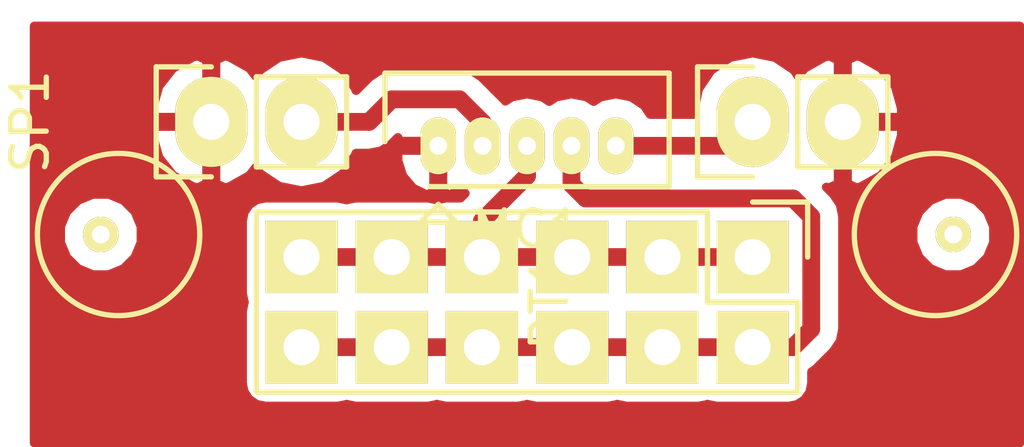
<source format=kicad_pcb>
(kicad_pcb (version 4) (host pcbnew 4.0.2+dfsg1-stable)

  (general
    (links 16)
    (no_connects 0)
    (area 134.745 94.09 163.921001 106.965001)
    (thickness 1.6)
    (drawings 0)
    (tracks 30)
    (zones 0)
    (modules 6)
    (nets 6)
  )

  (page A4)
  (layers
    (0 F.Cu signal)
    (31 B.Cu signal)
    (32 B.Adhes user)
    (33 F.Adhes user)
    (34 B.Paste user)
    (35 F.Paste user)
    (36 B.SilkS user)
    (37 F.SilkS user)
    (38 B.Mask user)
    (39 F.Mask user)
    (40 Dwgs.User user)
    (41 Cmts.User user)
    (42 Eco1.User user)
    (43 Eco2.User user)
    (44 Edge.Cuts user)
    (45 Margin user)
    (46 B.CrtYd user)
    (47 F.CrtYd user)
    (48 B.Fab user)
    (49 F.Fab user)
  )

  (setup
    (last_trace_width 0.25)
    (user_trace_width 0.5)
    (trace_clearance 0.2)
    (zone_clearance 0.508)
    (zone_45_only no)
    (trace_min 0.2)
    (segment_width 0.2)
    (edge_width 0.15)
    (via_size 0.6)
    (via_drill 0.4)
    (via_min_size 0.4)
    (via_min_drill 0.3)
    (uvia_size 0.3)
    (uvia_drill 0.1)
    (uvias_allowed no)
    (uvia_min_size 0.2)
    (uvia_min_drill 0.1)
    (pcb_text_width 0.3)
    (pcb_text_size 1.5 1.5)
    (mod_edge_width 0.15)
    (mod_text_size 1 1)
    (mod_text_width 0.15)
    (pad_size 1 1)
    (pad_drill 0.5)
    (pad_to_mask_clearance 0.2)
    (aux_axis_origin 149.86 100.965)
    (grid_origin 149.86 100.965)
    (visible_elements FFFEFF7F)
    (pcbplotparams
      (layerselection 0x00000_00000001)
      (usegerberextensions false)
      (excludeedgelayer false)
      (linewidth 0.100000)
      (plotframeref false)
      (viasonmask false)
      (mode 1)
      (useauxorigin false)
      (hpglpennumber 1)
      (hpglpenspeed 20)
      (hpglpendiameter 15)
      (hpglpenoverlay 2)
      (psnegative false)
      (psa4output false)
      (plotreference false)
      (plotvalue false)
      (plotinvisibletext false)
      (padsonsilk false)
      (subtractmaskfromsilk false)
      (outputformat 5)
      (mirror true)
      (drillshape 1)
      (scaleselection 1)
      (outputdirectory ""))
  )

  (net 0 "")
  (net 1 "Net-(C1-Pad1)")
  (net 2 "Net-(MC1-Pad2)")
  (net 3 +BATT)
  (net 4 GND)
  (net 5 "Net-(C1-Pad10)")

  (net_class Default "This is the default net class."
    (clearance 0.2)
    (trace_width 0.25)
    (via_dia 0.6)
    (via_drill 0.4)
    (uvia_dia 0.3)
    (uvia_drill 0.1)
    (add_net +BATT)
    (add_net GND)
    (add_net "Net-(C1-Pad1)")
    (add_net "Net-(C1-Pad10)")
    (add_net "Net-(MC1-Pad2)")
  )

  (module Connect:1pin (layer F.Cu) (tedit 58022A1B) (tstamp 580228D3)
    (at 138.36 100.965)
    (descr "module 1 pin (ou trou mecanique de percage)")
    (tags DEV)
    (fp_text reference REF** (at 0 -3.048) (layer F.SilkS) hide
      (effects (font (size 1 1) (thickness 0.15)))
    )
    (fp_text value 1pin (at 0 2.794) (layer F.Fab)
      (effects (font (size 1 1) (thickness 0.15)))
    )
    (fp_circle (center 0 0) (end 0 -2.286) (layer F.SilkS) (width 0.15))
    (pad 1 thru_hole circle (at -0.5 0) (size 1 1) (drill 0.5) (layers *.Cu *.Mask F.SilkS))
  )

  (module Connect:1pin (layer F.Cu) (tedit 580229FD) (tstamp 580228BE)
    (at 161.36 100.965)
    (descr "module 1 pin (ou trou mecanique de percage)")
    (tags DEV)
    (fp_text reference REF** (at 0 -3.048) (layer F.SilkS) hide
      (effects (font (size 1 1) (thickness 0.15)))
    )
    (fp_text value 1pin (at 0 2.794) (layer F.Fab)
      (effects (font (size 1 1) (thickness 0.15)))
    )
    (fp_circle (center 0 0) (end 0 -2.286) (layer F.SilkS) (width 0.15))
    (pad 1 thru_hole circle (at 0.5 0) (size 1 1) (drill 0.5) (layers *.Cu *.Mask F.SilkS))
  )

  (module Connectors_Molex:Molex_PicoBlade_53047-0510 (layer F.Cu) (tedit 5802294E) (tstamp 56F00A62)
    (at 147.36 98.465)
    (descr "Molex PicoBlade 1.25mm shrouded header. Vertical. 5 ways")
    (tags "connector PicoBlade header")
    (path /56F00083)
    (fp_text reference MC1 (at 2.5 2.35) (layer F.SilkS)
      (effects (font (size 1 1) (thickness 0.15)))
    )
    (fp_text value MotorCtrl (at 2.5 -3.25) (layer F.Fab)
      (effects (font (size 1 1) (thickness 0.15)))
    )
    (fp_line (start -1.5 -0.12) (end -1.5 -2.05) (layer F.SilkS) (width 0.15))
    (fp_line (start -1.5 -2.05) (end 6.5 -2.05) (layer F.SilkS) (width 0.15))
    (fp_line (start 6.5 -2.05) (end 6.5 1.15) (layer F.SilkS) (width 0.15))
    (fp_line (start 6.5 1.15) (end -0.23 1.15) (layer F.SilkS) (width 0.15))
    (fp_line (start 0 1.65) (end 0.5 2.15) (layer F.SilkS) (width 0.15))
    (fp_line (start 0.5 2.15) (end -0.5 2.15) (layer F.SilkS) (width 0.15))
    (fp_line (start -0.5 2.15) (end 0 1.65) (layer F.SilkS) (width 0.15))
    (fp_line (start -0.23 1.15) (end -1.5 -0.12) (layer F.Fab) (width 0.2))
    (fp_line (start -1.5 -0.12) (end -1.5 -2.05) (layer F.Fab) (width 0.2))
    (fp_line (start -1.5 -2.05) (end 6.5 -2.05) (layer F.Fab) (width 0.2))
    (fp_line (start 6.5 -2.05) (end 6.5 1.15) (layer F.Fab) (width 0.2))
    (fp_line (start 6.5 1.15) (end -0.23 1.15) (layer F.Fab) (width 0.2))
    (pad 1 thru_hole oval (at 0 0) (size 1 1.6) (drill 0.5) (layers *.Cu *.Mask F.SilkS)
      (net 4 GND))
    (pad 2 thru_hole oval (at 1.25 0) (size 1 1.6) (drill 0.5) (layers *.Cu *.Mask F.SilkS)
      (net 2 "Net-(MC1-Pad2)"))
    (pad 3 thru_hole oval (at 2.5 0) (size 1 1.6) (drill 0.5) (layers *.Cu *.Mask F.SilkS)
      (net 1 "Net-(C1-Pad1)"))
    (pad 4 thru_hole oval (at 3.75 0) (size 1 1.6) (drill 0.5) (layers *.Cu *.Mask F.SilkS)
      (net 5 "Net-(C1-Pad10)"))
    (pad 5 thru_hole oval (at 5 0) (size 1 1.6) (drill 0.5) (layers *.Cu *.Mask F.SilkS)
      (net 3 +BATT))
    (model Connectors_Molex.3dshapes/Molex_PicoBlade_53047-0510.wrl
      (at (xyz 0.0984252 0 0))
      (scale (xyz 1 1 1))
      (rotate (xyz 0 0 180))
    )
  )

  (module Pin_Headers:Pin_Header_Straight_1x02 (layer F.Cu) (tedit 58021DCD) (tstamp 56F00A68)
    (at 140.97 97.79 90)
    (descr "Through hole pin header")
    (tags "pin header")
    (path /56EFFF3F)
    (fp_text reference SP1 (at 0 -5.1 90) (layer F.SilkS)
      (effects (font (size 1 1) (thickness 0.15)))
    )
    (fp_text value SPEAKER (at 0 -3.1 90) (layer F.Fab)
      (effects (font (size 1 1) (thickness 0.15)))
    )
    (fp_line (start 1.27 1.27) (end 1.27 3.81) (layer F.SilkS) (width 0.15))
    (fp_line (start 1.55 -1.55) (end 1.55 0) (layer F.SilkS) (width 0.15))
    (fp_line (start -1.75 -1.75) (end -1.75 4.3) (layer F.CrtYd) (width 0.05))
    (fp_line (start 1.75 -1.75) (end 1.75 4.3) (layer F.CrtYd) (width 0.05))
    (fp_line (start -1.75 -1.75) (end 1.75 -1.75) (layer F.CrtYd) (width 0.05))
    (fp_line (start -1.75 4.3) (end 1.75 4.3) (layer F.CrtYd) (width 0.05))
    (fp_line (start 1.27 1.27) (end -1.27 1.27) (layer F.SilkS) (width 0.15))
    (fp_line (start -1.55 0) (end -1.55 -1.55) (layer F.SilkS) (width 0.15))
    (fp_line (start -1.55 -1.55) (end 1.55 -1.55) (layer F.SilkS) (width 0.15))
    (fp_line (start -1.27 1.27) (end -1.27 3.81) (layer F.SilkS) (width 0.15))
    (fp_line (start -1.27 3.81) (end 1.27 3.81) (layer F.SilkS) (width 0.15))
    (pad 1 thru_hole oval (at 0 0 90) (size 2.54 2.032) (drill 1.016) (layers *.Cu *.Mask F.SilkS)
      (net 4 GND))
    (pad 2 thru_hole oval (at 0 2.54 90) (size 2.54 2.032) (drill 1.016) (layers *.Cu *.Mask F.SilkS)
      (net 2 "Net-(MC1-Pad2)"))
    (model Pin_Headers.3dshapes/Pin_Header_Straight_1x02.wrl
      (at (xyz 0 -0.05 0))
      (scale (xyz 1 1 1))
      (rotate (xyz 0 0 90))
    )
  )

  (module Pin_Headers:Pin_Header_Straight_1x02 (layer F.Cu) (tedit 58022528) (tstamp 58021BF5)
    (at 156.21 97.79 90)
    (descr "Through hole pin header")
    (tags "pin header")
    (path /5747A1BA)
    (fp_text reference BT1 (at -5.08 -5.715 90) (layer F.SilkS)
      (effects (font (size 1 1) (thickness 0.15)))
    )
    (fp_text value Battery (at 0 -3.1 90) (layer F.Fab)
      (effects (font (size 1 1) (thickness 0.15)))
    )
    (fp_line (start 1.27 1.27) (end 1.27 3.81) (layer F.SilkS) (width 0.15))
    (fp_line (start 1.55 -1.55) (end 1.55 0) (layer F.SilkS) (width 0.15))
    (fp_line (start -1.75 -1.75) (end -1.75 4.3) (layer F.CrtYd) (width 0.05))
    (fp_line (start 1.75 -1.75) (end 1.75 4.3) (layer F.CrtYd) (width 0.05))
    (fp_line (start -1.75 -1.75) (end 1.75 -1.75) (layer F.CrtYd) (width 0.05))
    (fp_line (start -1.75 4.3) (end 1.75 4.3) (layer F.CrtYd) (width 0.05))
    (fp_line (start 1.27 1.27) (end -1.27 1.27) (layer F.SilkS) (width 0.15))
    (fp_line (start -1.55 0) (end -1.55 -1.55) (layer F.SilkS) (width 0.15))
    (fp_line (start -1.55 -1.55) (end 1.55 -1.55) (layer F.SilkS) (width 0.15))
    (fp_line (start -1.27 1.27) (end -1.27 3.81) (layer F.SilkS) (width 0.15))
    (fp_line (start -1.27 3.81) (end 1.27 3.81) (layer F.SilkS) (width 0.15))
    (pad 1 thru_hole oval (at 0 0 90) (size 2.54 2.032) (drill 1.016) (layers *.Cu *.Mask F.SilkS)
      (net 3 +BATT))
    (pad 2 thru_hole oval (at 0 2.54 90) (size 2.54 2.032) (drill 1.016) (layers *.Cu *.Mask F.SilkS)
      (net 4 GND))
    (model Pin_Headers.3dshapes/Pin_Header_Straight_1x02.wrl
      (at (xyz 0 -0.05 0))
      (scale (xyz 1 1 1))
      (rotate (xyz 0 0 90))
    )
  )

  (module Pin_Headers:Pin_Header_Straight_2x06 (layer F.Cu) (tedit 58022A05) (tstamp 58021BF6)
    (at 156.21 101.6 270)
    (descr "Through hole pin header")
    (tags "pin header")
    (path /58021B50)
    (fp_text reference C1 (at 0 -5.1 270) (layer F.SilkS) hide
      (effects (font (size 1 1) (thickness 0.15)))
    )
    (fp_text value I2C (at 0 -3.1 270) (layer F.Fab)
      (effects (font (size 1 1) (thickness 0.15)))
    )
    (fp_line (start -1.75 -1.75) (end -1.75 14.45) (layer F.CrtYd) (width 0.05))
    (fp_line (start 4.3 -1.75) (end 4.3 14.45) (layer F.CrtYd) (width 0.05))
    (fp_line (start -1.75 -1.75) (end 4.3 -1.75) (layer F.CrtYd) (width 0.05))
    (fp_line (start -1.75 14.45) (end 4.3 14.45) (layer F.CrtYd) (width 0.05))
    (fp_line (start 3.81 13.97) (end 3.81 -1.27) (layer F.SilkS) (width 0.15))
    (fp_line (start -1.27 1.27) (end -1.27 13.97) (layer F.SilkS) (width 0.15))
    (fp_line (start 3.81 13.97) (end -1.27 13.97) (layer F.SilkS) (width 0.15))
    (fp_line (start 3.81 -1.27) (end 1.27 -1.27) (layer F.SilkS) (width 0.15))
    (fp_line (start 0 -1.55) (end -1.55 -1.55) (layer F.SilkS) (width 0.15))
    (fp_line (start 1.27 -1.27) (end 1.27 1.27) (layer F.SilkS) (width 0.15))
    (fp_line (start 1.27 1.27) (end -1.27 1.27) (layer F.SilkS) (width 0.15))
    (fp_line (start -1.55 -1.55) (end -1.55 0) (layer F.SilkS) (width 0.15))
    (pad 1 thru_hole rect (at 0 0 270) (size 2.032 2.032) (drill 1.016) (layers *.Cu *.Mask F.SilkS)
      (net 1 "Net-(C1-Pad1)"))
    (pad 2 thru_hole rect (at 2.54 0 270) (size 2.032 2.032) (drill 1.016) (layers *.Cu *.Mask F.SilkS)
      (net 5 "Net-(C1-Pad10)"))
    (pad 3 thru_hole rect (at 0 2.54 270) (size 2.032 2.032) (drill 1.016) (layers *.Cu *.Mask F.SilkS)
      (net 1 "Net-(C1-Pad1)"))
    (pad 4 thru_hole rect (at 2.54 2.54 270) (size 2.032 2.032) (drill 1.016) (layers *.Cu *.Mask F.SilkS)
      (net 5 "Net-(C1-Pad10)"))
    (pad 5 thru_hole rect (at 0 5.08 270) (size 2.032 2.032) (drill 1.016) (layers *.Cu *.Mask F.SilkS)
      (net 1 "Net-(C1-Pad1)"))
    (pad 6 thru_hole rect (at 2.54 5.08 270) (size 2.032 2.032) (drill 1.016) (layers *.Cu *.Mask F.SilkS)
      (net 5 "Net-(C1-Pad10)"))
    (pad 7 thru_hole rect (at 0 7.62 270) (size 2.032 2.032) (drill 1.016) (layers *.Cu *.Mask F.SilkS)
      (net 1 "Net-(C1-Pad1)"))
    (pad 8 thru_hole rect (at 2.54 7.62 270) (size 2.032 2.032) (drill 1.016) (layers *.Cu *.Mask F.SilkS)
      (net 5 "Net-(C1-Pad10)"))
    (pad 9 thru_hole rect (at 0 10.16 270) (size 2.032 2.032) (drill 1.016) (layers *.Cu *.Mask F.SilkS)
      (net 1 "Net-(C1-Pad1)"))
    (pad 10 thru_hole rect (at 2.54 10.16 270) (size 2.032 2.032) (drill 1.016) (layers *.Cu *.Mask F.SilkS)
      (net 5 "Net-(C1-Pad10)"))
    (pad 11 thru_hole rect (at 0 12.7 270) (size 2.032 2.032) (drill 1.016) (layers *.Cu *.Mask F.SilkS)
      (net 1 "Net-(C1-Pad1)"))
    (pad 12 thru_hole rect (at 2.54 12.7 270) (size 2.032 2.032) (drill 1.016) (layers *.Cu *.Mask F.SilkS)
      (net 5 "Net-(C1-Pad10)"))
    (model Pin_Headers.3dshapes/Pin_Header_Straight_2x06.wrl
      (at (xyz 0.05 -0.25 0))
      (scale (xyz 1 1 1))
      (rotate (xyz 0 0 90))
    )
  )

  (segment (start 148.59 101.6) (end 148.59 100.584) (width 0.5) (layer F.Cu) (net 1))
  (segment (start 148.59 100.584) (end 149.86 99.314) (width 0.5) (layer F.Cu) (net 1) (tstamp 58022707))
  (segment (start 149.86 99.314) (end 149.86 98.465) (width 0.5) (layer F.Cu) (net 1) (tstamp 58022711))
  (segment (start 156.21 101.6) (end 153.67 101.6) (width 0.5) (layer F.Cu) (net 1))
  (segment (start 153.67 101.6) (end 151.13 101.6) (width 0.5) (layer F.Cu) (net 1) (tstamp 58021EC4))
  (segment (start 151.13 101.6) (end 148.59 101.6) (width 0.5) (layer F.Cu) (net 1) (tstamp 58021EC5))
  (segment (start 148.59 101.6) (end 146.05 101.6) (width 0.5) (layer F.Cu) (net 1) (tstamp 58021EC6))
  (segment (start 146.05 101.6) (end 143.51 101.6) (width 0.5) (layer F.Cu) (net 1) (tstamp 58021EC7))
  (segment (start 143.51 97.79) (end 145.415 97.79) (width 0.5) (layer F.Cu) (net 2))
  (segment (start 147.955 97.155) (end 148.61 97.81) (width 0.5) (layer F.Cu) (net 2) (tstamp 58022789))
  (segment (start 146.05 97.155) (end 147.955 97.155) (width 0.5) (layer F.Cu) (net 2) (tstamp 58022787))
  (segment (start 145.415 97.79) (end 146.05 97.155) (width 0.5) (layer F.Cu) (net 2) (tstamp 58022783))
  (segment (start 148.61 97.81) (end 148.61 98.465) (width 0.5) (layer F.Cu) (net 2) (tstamp 5802278B))
  (segment (start 152.36 98.465) (end 155.535 98.465) (width 0.5) (layer F.Cu) (net 3))
  (segment (start 155.535 98.465) (end 156.21 97.79) (width 0.5) (layer F.Cu) (net 3) (tstamp 5802275F))
  (segment (start 155.535 98.465) (end 156.21 97.79) (width 0.5) (layer F.Cu) (net 3) (tstamp 580226D8))
  (segment (start 151.11 98.465) (end 151.11 99.548) (width 0.5) (layer F.Cu) (net 5))
  (segment (start 157.353 104.14) (end 156.21 104.14) (width 0.5) (layer F.Cu) (net 5) (tstamp 58022740))
  (segment (start 157.861 103.632) (end 157.353 104.14) (width 0.5) (layer F.Cu) (net 5) (tstamp 58022733))
  (segment (start 157.861 100.457) (end 157.861 103.632) (width 0.5) (layer F.Cu) (net 5) (tstamp 58022729))
  (segment (start 157.353 99.949) (end 157.861 100.457) (width 0.5) (layer F.Cu) (net 5) (tstamp 58022724))
  (segment (start 151.511 99.949) (end 157.353 99.949) (width 0.5) (layer F.Cu) (net 5) (tstamp 5802271D))
  (segment (start 151.11 99.548) (end 151.511 99.949) (width 0.5) (layer F.Cu) (net 5) (tstamp 58022715))
  (segment (start 157.099 104.14) (end 156.21 104.14) (width 0.5) (layer F.Cu) (net 5) (tstamp 580226BC))
  (segment (start 156.21 104.14) (end 153.67 104.14) (width 0.5) (layer F.Cu) (net 5))
  (segment (start 153.67 104.14) (end 151.13 104.14) (width 0.5) (layer F.Cu) (net 5) (tstamp 58021ECB))
  (segment (start 151.13 104.14) (end 148.59 104.14) (width 0.5) (layer F.Cu) (net 5) (tstamp 58021ECC))
  (segment (start 148.59 104.14) (end 146.05 104.14) (width 0.5) (layer F.Cu) (net 5) (tstamp 58021ECD))
  (segment (start 146.05 104.14) (end 143.51 104.14) (width 0.5) (layer F.Cu) (net 5) (tstamp 58021ECE))
  (segment (start 156.21 104.14) (end 156.845 104.14) (width 0.5) (layer F.Cu) (net 5))

  (zone (net 4) (net_name GND) (layer F.Cu) (tstamp 58022B7E) (hatch edge 0.508)
    (connect_pads (clearance 0.508))
    (min_thickness 0.254)
    (fill yes (arc_segments 16) (thermal_gap 0.508) (thermal_bridge_width 0.508))
    (polygon
      (pts
        (xy 163.86 106.965) (xy 135.86 106.965) (xy 135.86 94.965) (xy 163.86 94.965) (xy 163.86 105.965)
      )
    )
    (filled_polygon
      (pts
        (xy 163.733 106.838) (xy 135.987 106.838) (xy 135.987 101.189775) (xy 136.724803 101.189775) (xy 136.897233 101.607086)
        (xy 137.216235 101.926645) (xy 137.633244 102.099803) (xy 138.084775 102.100197) (xy 138.502086 101.927767) (xy 138.821645 101.608765)
        (xy 138.994803 101.191756) (xy 138.995197 100.740225) (xy 138.822767 100.322914) (xy 138.503765 100.003355) (xy 138.086756 99.830197)
        (xy 137.635225 99.829803) (xy 137.217914 100.002233) (xy 136.898355 100.321235) (xy 136.725197 100.738244) (xy 136.724803 101.189775)
        (xy 135.987 101.189775) (xy 135.987 97.917) (xy 139.319 97.917) (xy 139.319 98.171) (xy 139.493276 98.793143)
        (xy 139.89237 99.301236) (xy 140.455523 99.617926) (xy 140.587056 99.649975) (xy 140.843 99.530836) (xy 140.843 97.917)
        (xy 139.319 97.917) (xy 135.987 97.917) (xy 135.987 97.409) (xy 139.319 97.409) (xy 139.319 97.663)
        (xy 140.843 97.663) (xy 140.843 96.049164) (xy 141.097 96.049164) (xy 141.097 97.663) (xy 141.117 97.663)
        (xy 141.117 97.917) (xy 141.097 97.917) (xy 141.097 99.530836) (xy 141.352944 99.649975) (xy 141.484477 99.617926)
        (xy 142.04763 99.301236) (xy 142.225946 99.074219) (xy 142.342567 99.248754) (xy 142.87819 99.606646) (xy 143.51 99.732321)
        (xy 144.14181 99.606646) (xy 144.677433 99.248754) (xy 145.035325 98.713131) (xy 145.04291 98.675) (xy 145.414995 98.675)
        (xy 145.415 98.675001) (xy 145.697484 98.61881) (xy 145.753675 98.607633) (xy 145.777071 98.592) (xy 146.225 98.592)
        (xy 146.225 98.892) (xy 146.359998 99.316678) (xy 146.647237 99.657368) (xy 147.058126 99.859119) (xy 147.233 99.732954)
        (xy 147.233 98.592) (xy 146.225 98.592) (xy 145.777071 98.592) (xy 146.04079 98.41579) (xy 146.225 98.23158)
        (xy 146.225 98.338) (xy 147.233 98.338) (xy 147.233 98.318) (xy 147.475 98.318) (xy 147.475 98.793113)
        (xy 147.487 98.853441) (xy 147.487 99.732954) (xy 147.661874 99.859119) (xy 147.97304 99.706333) (xy 148.118736 99.803684)
        (xy 147.98586 99.93656) (xy 147.574 99.93656) (xy 147.338683 99.980838) (xy 147.322901 99.990993) (xy 147.31789 99.987569)
        (xy 147.066 99.93656) (xy 145.034 99.93656) (xy 144.798683 99.980838) (xy 144.782901 99.990993) (xy 144.77789 99.987569)
        (xy 144.526 99.93656) (xy 142.494 99.93656) (xy 142.258683 99.980838) (xy 142.042559 100.11991) (xy 141.897569 100.33211)
        (xy 141.84656 100.584) (xy 141.84656 102.616) (xy 141.890838 102.851317) (xy 141.900993 102.867099) (xy 141.897569 102.87211)
        (xy 141.84656 103.124) (xy 141.84656 105.156) (xy 141.890838 105.391317) (xy 142.02991 105.607441) (xy 142.24211 105.752431)
        (xy 142.494 105.80344) (xy 144.526 105.80344) (xy 144.761317 105.759162) (xy 144.777099 105.749007) (xy 144.78211 105.752431)
        (xy 145.034 105.80344) (xy 147.066 105.80344) (xy 147.301317 105.759162) (xy 147.317099 105.749007) (xy 147.32211 105.752431)
        (xy 147.574 105.80344) (xy 149.606 105.80344) (xy 149.841317 105.759162) (xy 149.857099 105.749007) (xy 149.86211 105.752431)
        (xy 150.114 105.80344) (xy 152.146 105.80344) (xy 152.381317 105.759162) (xy 152.397099 105.749007) (xy 152.40211 105.752431)
        (xy 152.654 105.80344) (xy 154.686 105.80344) (xy 154.921317 105.759162) (xy 154.937099 105.749007) (xy 154.94211 105.752431)
        (xy 155.194 105.80344) (xy 157.226 105.80344) (xy 157.461317 105.759162) (xy 157.677441 105.62009) (xy 157.822431 105.40789)
        (xy 157.87344 105.156) (xy 157.87344 104.836182) (xy 157.97879 104.76579) (xy 158.486787 104.257792) (xy 158.48679 104.25779)
        (xy 158.678633 103.970675) (xy 158.746 103.632) (xy 158.746 101.189775) (xy 160.724803 101.189775) (xy 160.897233 101.607086)
        (xy 161.216235 101.926645) (xy 161.633244 102.099803) (xy 162.084775 102.100197) (xy 162.502086 101.927767) (xy 162.821645 101.608765)
        (xy 162.994803 101.191756) (xy 162.995197 100.740225) (xy 162.822767 100.322914) (xy 162.503765 100.003355) (xy 162.086756 99.830197)
        (xy 161.635225 99.829803) (xy 161.217914 100.002233) (xy 160.898355 100.321235) (xy 160.725197 100.738244) (xy 160.724803 101.189775)
        (xy 158.746 101.189775) (xy 158.746 100.457) (xy 158.678633 100.118325) (xy 158.48679 99.83121) (xy 158.486787 99.831208)
        (xy 158.285742 99.630162) (xy 158.367056 99.649975) (xy 158.623 99.530836) (xy 158.623 97.917) (xy 158.877 97.917)
        (xy 158.877 99.530836) (xy 159.132944 99.649975) (xy 159.264477 99.617926) (xy 159.82763 99.301236) (xy 160.226724 98.793143)
        (xy 160.401 98.171) (xy 160.401 97.917) (xy 158.877 97.917) (xy 158.623 97.917) (xy 158.603 97.917)
        (xy 158.603 97.663) (xy 158.623 97.663) (xy 158.623 96.049164) (xy 158.877 96.049164) (xy 158.877 97.663)
        (xy 160.401 97.663) (xy 160.401 97.409) (xy 160.226724 96.786857) (xy 159.82763 96.278764) (xy 159.264477 95.962074)
        (xy 159.132944 95.930025) (xy 158.877 96.049164) (xy 158.623 96.049164) (xy 158.367056 95.930025) (xy 158.235523 95.962074)
        (xy 157.67237 96.278764) (xy 157.494054 96.505781) (xy 157.377433 96.331246) (xy 156.84181 95.973354) (xy 156.21 95.847679)
        (xy 155.57819 95.973354) (xy 155.042567 96.331246) (xy 154.684675 96.866869) (xy 154.559 97.498679) (xy 154.559 97.58)
        (xy 153.326724 97.58) (xy 153.162566 97.334321) (xy 152.794346 97.088284) (xy 152.36 97.001887) (xy 151.925654 97.088284)
        (xy 151.735 97.215675) (xy 151.544346 97.088284) (xy 151.11 97.001887) (xy 150.675654 97.088284) (xy 150.485 97.215675)
        (xy 150.294346 97.088284) (xy 149.86 97.001887) (xy 149.425654 97.088284) (xy 149.250081 97.205598) (xy 149.23579 97.18421)
        (xy 149.235787 97.184208) (xy 148.58079 96.52921) (xy 148.293675 96.337367) (xy 148.237484 96.32619) (xy 147.955 96.269999)
        (xy 147.954995 96.27) (xy 146.050005 96.27) (xy 146.05 96.269999) (xy 145.711326 96.337366) (xy 145.711324 96.337367)
        (xy 145.711325 96.337367) (xy 145.42421 96.52921) (xy 145.424208 96.529213) (xy 145.04842 96.905) (xy 145.04291 96.905)
        (xy 145.035325 96.866869) (xy 144.677433 96.331246) (xy 144.14181 95.973354) (xy 143.51 95.847679) (xy 142.87819 95.973354)
        (xy 142.342567 96.331246) (xy 142.225946 96.505781) (xy 142.04763 96.278764) (xy 141.484477 95.962074) (xy 141.352944 95.930025)
        (xy 141.097 96.049164) (xy 140.843 96.049164) (xy 140.587056 95.930025) (xy 140.455523 95.962074) (xy 139.89237 96.278764)
        (xy 139.493276 96.786857) (xy 139.319 97.409) (xy 135.987 97.409) (xy 135.987 95.092) (xy 163.733 95.092)
      )
    )
  )
)

</source>
